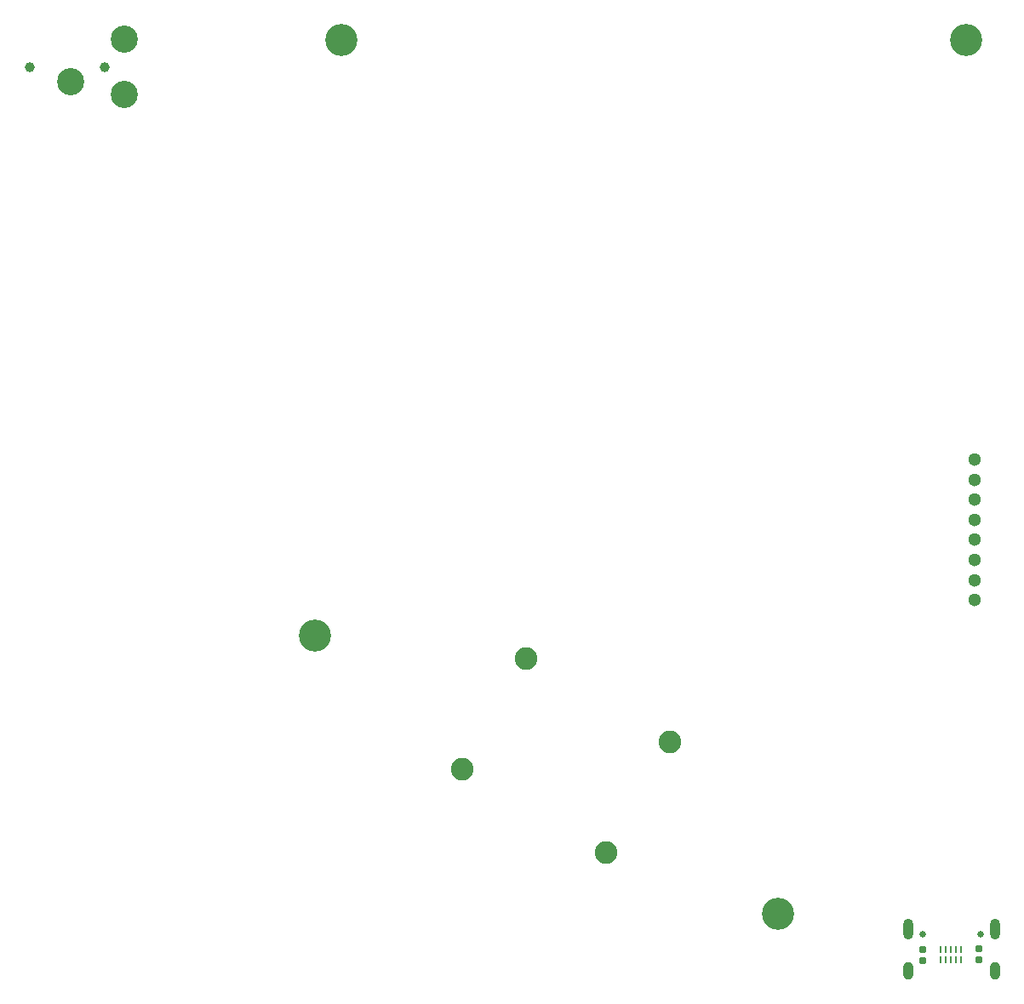
<source format=gbs>
G04 #@! TF.GenerationSoftware,KiCad,Pcbnew,7.0.1*
G04 #@! TF.CreationDate,2023-10-11T18:56:37-05:00*
G04 #@! TF.ProjectId,Audio_Board,41756469-6f5f-4426-9f61-72642e6b6963,1*
G04 #@! TF.SameCoordinates,Original*
G04 #@! TF.FileFunction,Soldermask,Bot*
G04 #@! TF.FilePolarity,Negative*
%FSLAX46Y46*%
G04 Gerber Fmt 4.6, Leading zero omitted, Abs format (unit mm)*
G04 Created by KiCad (PCBNEW 7.0.1) date 2023-10-11 18:56:37*
%MOMM*%
%LPD*%
G01*
G04 APERTURE LIST*
G04 Aperture macros list*
%AMRoundRect*
0 Rectangle with rounded corners*
0 $1 Rounding radius*
0 $2 $3 $4 $5 $6 $7 $8 $9 X,Y pos of 4 corners*
0 Add a 4 corners polygon primitive as box body*
4,1,4,$2,$3,$4,$5,$6,$7,$8,$9,$2,$3,0*
0 Add four circle primitives for the rounded corners*
1,1,$1+$1,$2,$3*
1,1,$1+$1,$4,$5*
1,1,$1+$1,$6,$7*
1,1,$1+$1,$8,$9*
0 Add four rect primitives between the rounded corners*
20,1,$1+$1,$2,$3,$4,$5,0*
20,1,$1+$1,$4,$5,$6,$7,0*
20,1,$1+$1,$6,$7,$8,$9,0*
20,1,$1+$1,$8,$9,$2,$3,0*%
G04 Aperture macros list end*
%ADD10C,3.200000*%
%ADD11C,0.650000*%
%ADD12O,1.000000X2.100000*%
%ADD13O,1.000000X1.800000*%
%ADD14C,1.300000*%
%ADD15C,2.250000*%
%ADD16C,1.000000*%
%ADD17C,2.704000*%
%ADD18RoundRect,0.155000X0.155000X-0.212500X0.155000X0.212500X-0.155000X0.212500X-0.155000X-0.212500X0*%
%ADD19R,0.250000X0.725000*%
%ADD20R,0.250000X0.775000*%
G04 APERTURE END LIST*
D10*
X236753535Y-111326000D03*
X255433535Y-24355000D03*
X190723535Y-83566000D03*
D11*
X251128954Y-113306000D03*
X256908954Y-113306000D03*
D12*
X249698954Y-112806000D03*
D13*
X249698954Y-116986000D03*
D12*
X258338954Y-112806000D03*
D13*
X258338954Y-116986000D03*
D10*
X193323535Y-24336000D03*
D14*
X256290335Y-66075000D03*
X256290335Y-68075000D03*
X256290335Y-70075000D03*
X256290335Y-72075000D03*
X256290335Y-74075000D03*
X256290335Y-76075000D03*
X256290335Y-78075000D03*
X256290335Y-80075000D03*
D15*
X211717126Y-85918503D03*
X226006545Y-94168503D03*
X205367126Y-96917026D03*
X219656545Y-105167026D03*
D16*
X162288954Y-27009000D03*
X169788954Y-27009000D03*
D17*
X171688954Y-29759000D03*
X166388954Y-28509000D03*
X171688954Y-24259000D03*
D18*
X256747535Y-115882000D03*
X256747535Y-114747000D03*
X251159535Y-115983600D03*
X251159535Y-114848600D03*
D19*
X252944135Y-114874000D03*
X253444135Y-114874000D03*
X253944135Y-114874000D03*
X254444135Y-114874000D03*
X254944135Y-114874000D03*
D20*
X254944135Y-115874000D03*
X254444135Y-115874000D03*
X253944135Y-115874000D03*
X253444135Y-115874000D03*
X252944135Y-115874000D03*
M02*

</source>
